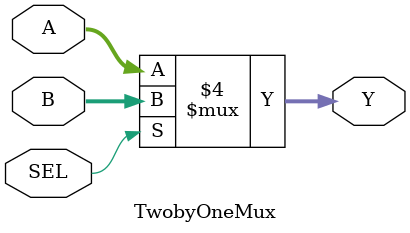
<source format=sv>
module TwobyOneMux(
  input [63:0] A,B,
  input SEL,
  output reg[63:0] Y);
  always @ (A or B or SEL)
    begin 
      if (SEL==0)
        Y=A;
      else
        Y=B;
    end
endmodule

</source>
